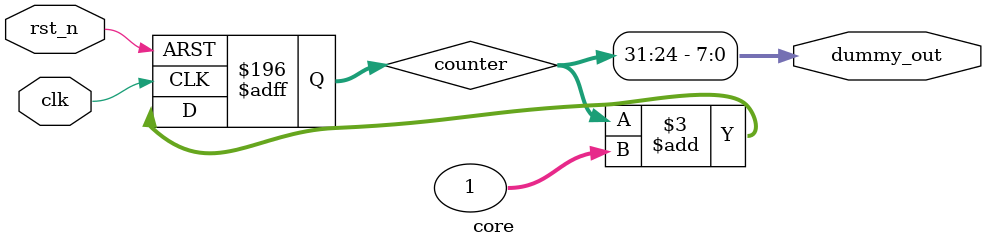
<source format=v>
module core (
    input  wire clk,
    input  wire rst_n,
    output wire [7:0] dummy_out  // Connect to top-level outputs if you want visibility
);
    reg [31:0] counter;
    always @(posedge clk or negedge rst_n) begin
        if (!rst_n) counter <= 0;
        else counter <= counter + 1;
    end
    assign dummy_out = counter[31:24];

    // Add repeated logic for better visual fill/stripes (50 chains of flops/adders)
    genvar i;
    generate
        for (i = 0; i < 64; i = i + 1) begin : datapath
            reg [15:0] chain;
            always @(posedge clk) begin
                chain <= chain + i[7:0];
            end
        end
    endgenerate
endmodule

</source>
